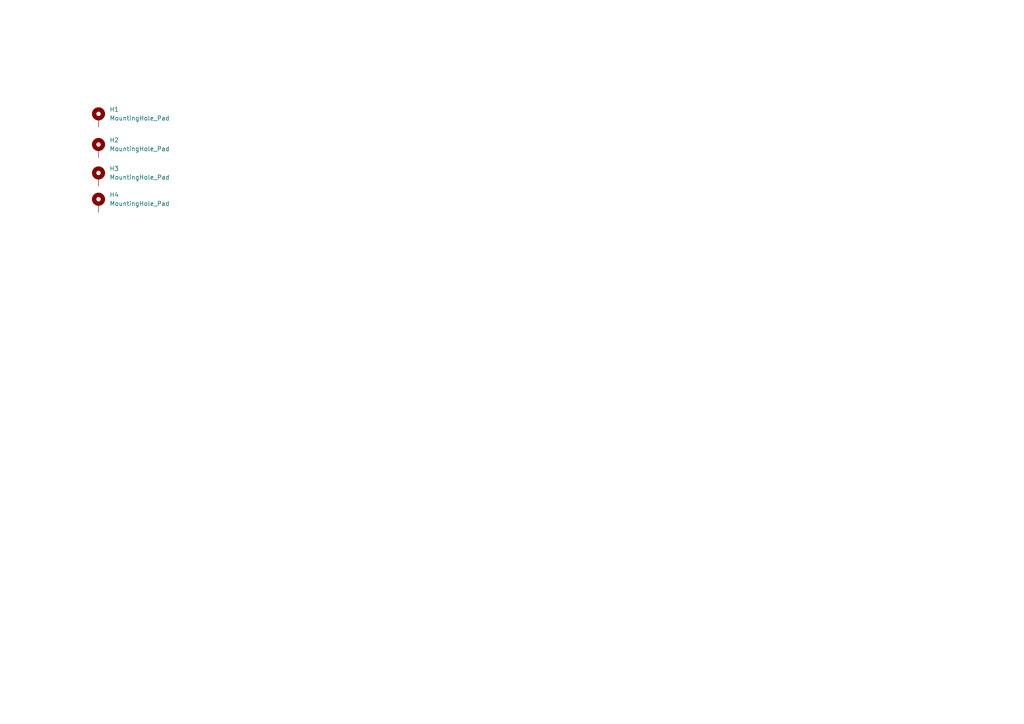
<source format=kicad_sch>
(kicad_sch (version 20211123) (generator eeschema)

  (uuid 31a2ab06-ce2c-498d-9ef2-4b33f0ae8336)

  (paper "A4")

  (lib_symbols
    (symbol "Mechanical:MountingHole_Pad" (pin_numbers hide) (pin_names (offset 1.016) hide) (in_bom yes) (on_board yes)
      (property "Reference" "H" (id 0) (at 0 6.35 0)
        (effects (font (size 1.27 1.27)))
      )
      (property "Value" "MountingHole_Pad" (id 1) (at 0 4.445 0)
        (effects (font (size 1.27 1.27)))
      )
      (property "Footprint" "" (id 2) (at 0 0 0)
        (effects (font (size 1.27 1.27)) hide)
      )
      (property "Datasheet" "~" (id 3) (at 0 0 0)
        (effects (font (size 1.27 1.27)) hide)
      )
      (property "ki_keywords" "mounting hole" (id 4) (at 0 0 0)
        (effects (font (size 1.27 1.27)) hide)
      )
      (property "ki_description" "Mounting Hole with connection" (id 5) (at 0 0 0)
        (effects (font (size 1.27 1.27)) hide)
      )
      (property "ki_fp_filters" "MountingHole*Pad*" (id 6) (at 0 0 0)
        (effects (font (size 1.27 1.27)) hide)
      )
      (symbol "MountingHole_Pad_0_1"
        (circle (center 0 1.27) (radius 1.27)
          (stroke (width 1.27) (type default) (color 0 0 0 0))
          (fill (type none))
        )
      )
      (symbol "MountingHole_Pad_1_1"
        (pin input line (at 0 -2.54 90) (length 2.54)
          (name "1" (effects (font (size 1.27 1.27))))
          (number "1" (effects (font (size 1.27 1.27))))
        )
      )
    )
  )


  (symbol (lib_id "Mechanical:MountingHole_Pad") (at 28.575 51.435 0) (unit 1)
    (in_bom yes) (on_board yes) (fields_autoplaced)
    (uuid 2f058536-57ef-4bc1-b968-0a87ca45ca6c)
    (property "Reference" "H3" (id 0) (at 31.75 48.8949 0)
      (effects (font (size 1.27 1.27)) (justify left))
    )
    (property "Value" "MountingHole_Pad" (id 1) (at 31.75 51.4349 0)
      (effects (font (size 1.27 1.27)) (justify left))
    )
    (property "Footprint" "MountingHole:MountingHole_4mm_Pad_Via" (id 2) (at 28.575 51.435 0)
      (effects (font (size 1.27 1.27)) hide)
    )
    (property "Datasheet" "~" (id 3) (at 28.575 51.435 0)
      (effects (font (size 1.27 1.27)) hide)
    )
    (pin "1" (uuid 8be9125d-8351-403d-8bb8-5c51a264406e))
  )

  (symbol (lib_id "Mechanical:MountingHole_Pad") (at 28.575 59.055 0) (unit 1)
    (in_bom yes) (on_board yes) (fields_autoplaced)
    (uuid 4ae766da-cf50-4793-909f-fa6237be2c46)
    (property "Reference" "H4" (id 0) (at 31.75 56.5149 0)
      (effects (font (size 1.27 1.27)) (justify left))
    )
    (property "Value" "MountingHole_Pad" (id 1) (at 31.75 59.0549 0)
      (effects (font (size 1.27 1.27)) (justify left))
    )
    (property "Footprint" "MountingHole:MountingHole_4mm_Pad_Via" (id 2) (at 28.575 59.055 0)
      (effects (font (size 1.27 1.27)) hide)
    )
    (property "Datasheet" "~" (id 3) (at 28.575 59.055 0)
      (effects (font (size 1.27 1.27)) hide)
    )
    (pin "1" (uuid 6e947cf3-d362-47e9-bba3-56fdb7953bc3))
  )

  (symbol (lib_id "Mechanical:MountingHole_Pad") (at 28.575 43.18 0) (unit 1)
    (in_bom yes) (on_board yes) (fields_autoplaced)
    (uuid 6d7b8fdb-dc82-4332-bf91-efd2f7d42a75)
    (property "Reference" "H2" (id 0) (at 31.75 40.6399 0)
      (effects (font (size 1.27 1.27)) (justify left))
    )
    (property "Value" "MountingHole_Pad" (id 1) (at 31.75 43.1799 0)
      (effects (font (size 1.27 1.27)) (justify left))
    )
    (property "Footprint" "MountingHole:MountingHole_4mm_Pad_Via" (id 2) (at 28.575 43.18 0)
      (effects (font (size 1.27 1.27)) hide)
    )
    (property "Datasheet" "~" (id 3) (at 28.575 43.18 0)
      (effects (font (size 1.27 1.27)) hide)
    )
    (pin "1" (uuid bfbbe4aa-c7ad-4ac9-8553-fa436dadd6e6))
  )

  (symbol (lib_id "Mechanical:MountingHole_Pad") (at 28.575 34.29 0) (unit 1)
    (in_bom yes) (on_board yes) (fields_autoplaced)
    (uuid 8645ab17-6339-4f9d-a38d-23099b9255dd)
    (property "Reference" "H1" (id 0) (at 31.75 31.7499 0)
      (effects (font (size 1.27 1.27)) (justify left))
    )
    (property "Value" "MountingHole_Pad" (id 1) (at 31.75 34.2899 0)
      (effects (font (size 1.27 1.27)) (justify left))
    )
    (property "Footprint" "MountingHole:MountingHole_4mm_Pad_Via" (id 2) (at 28.575 34.29 0)
      (effects (font (size 1.27 1.27)) hide)
    )
    (property "Datasheet" "~" (id 3) (at 28.575 34.29 0)
      (effects (font (size 1.27 1.27)) hide)
    )
    (pin "1" (uuid e5a2a6a5-2459-4c7f-97b1-97b965709dfb))
  )

  (sheet_instances
    (path "/" (page "1"))
  )

  (symbol_instances
    (path "/8645ab17-6339-4f9d-a38d-23099b9255dd"
      (reference "H1") (unit 1) (value "MountingHole_Pad") (footprint "MountingHole:MountingHole_4mm_Pad_Via")
    )
    (path "/6d7b8fdb-dc82-4332-bf91-efd2f7d42a75"
      (reference "H2") (unit 1) (value "MountingHole_Pad") (footprint "MountingHole:MountingHole_4mm_Pad_Via")
    )
    (path "/2f058536-57ef-4bc1-b968-0a87ca45ca6c"
      (reference "H3") (unit 1) (value "MountingHole_Pad") (footprint "MountingHole:MountingHole_4mm_Pad_Via")
    )
    (path "/4ae766da-cf50-4793-909f-fa6237be2c46"
      (reference "H4") (unit 1) (value "MountingHole_Pad") (footprint "MountingHole:MountingHole_4mm_Pad_Via")
    )
  )
)

</source>
